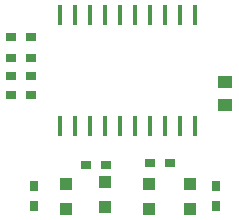
<source format=gbr>
G04 DipTrace 4.0.0.2*
G04 TopPaste.gbr*
%MOIN*%
G04 #@! TF.FileFunction,Paste,Top*
G04 #@! TF.Part,Single*
%ADD38R,0.015742X0.07086*%
%ADD44R,0.03149X0.035427*%
%ADD46R,0.035427X0.03149*%
%ADD52R,0.039364X0.039364*%
%ADD54R,0.051175X0.043301*%
%FSLAX26Y26*%
G04*
G70*
G90*
G75*
G01*
G04 TopPaste*
%LPD*%
D54*
X1193700Y1431298D3*
Y1506102D3*
D52*
X662449Y1166288D3*
Y1083611D3*
X793700Y1172539D3*
Y1089861D3*
X937451Y1166288D3*
Y1083611D3*
X1074949Y1166288D3*
Y1083611D3*
D46*
X728986Y1231199D3*
X795915Y1231201D3*
D44*
X556201Y1091485D3*
X556199Y1158414D3*
D46*
X1008414Y1237452D3*
X941485Y1237449D3*
D44*
X1162450Y1091485D3*
X1162448Y1158414D3*
D38*
X1093700Y1728739D3*
X1043700D3*
X993700D3*
X943700D3*
X893700D3*
X843700D3*
X793700D3*
X743700D3*
X693700D3*
X643700D3*
Y1358661D3*
X693700D3*
X743700D3*
X793700D3*
X843700D3*
X893700D3*
X943700D3*
X993700D3*
X1043700D3*
X1093700D3*
D46*
X545915Y1656200D3*
X478986D3*
X545915Y1587451D3*
X478986D3*
X545915Y1524951D3*
X478986D3*
X545915Y1462451D3*
X478986D3*
M02*

</source>
